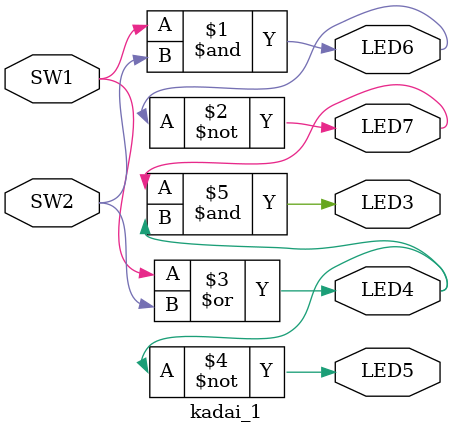
<source format=v>
`timescale 1ns / 1ps
module kadai_1(
    input SW1, SW2,
    output LED3, LED4, LED5, LED6, LED7
    );
	 assign LED6 = SW1 & SW2;
	 assign LED7 = ~LED6;
	 assign LED4 = SW1 | SW2;
	 assign LED5 = ~LED4;
	 assign LED3 = LED7 & LED4;
endmodule

</source>
